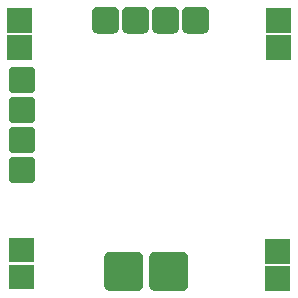
<source format=gbs>
G04 DipTrace Beta 2.3.5.2*
%INLulfroMiniBrush-v2.GBS*%
%MOIN*%
%FSLAX44Y44*%
G04*
G70*
G90*
G75*
G01*
%LNBotMask*%
%LPD*%
G36*
X841Y3678D2*
X289D1*
X272D1*
X255Y3681D1*
X237Y3686D1*
X221Y3692D1*
X205Y3700D1*
X190Y3710D1*
X176Y3721D1*
X164Y3734D1*
X152Y3748D1*
X143Y3762D1*
X135Y3778D1*
X128Y3795D1*
X124Y3812D1*
X121Y3830D1*
X120Y3847D1*
Y4398D1*
X121Y4415D1*
X124Y4433D1*
X128Y4450D1*
X135Y4467D1*
X143Y4483D1*
X152Y4497D1*
X164Y4511D1*
X176Y4524D1*
X190Y4535D1*
X205Y4545D1*
X221Y4553D1*
X237Y4559D1*
X255Y4564D1*
X272Y4567D1*
X289Y4568D1*
X841D1*
X858Y4567D1*
X875Y4564D1*
X893Y4559D1*
X909Y4553D1*
X925Y4545D1*
X940Y4535D1*
X954Y4524D1*
X966Y4511D1*
X978Y4497D1*
X987Y4483D1*
X995Y4467D1*
X1002Y4450D1*
X1006Y4433D1*
X1009Y4415D1*
X1010Y4398D1*
Y3847D1*
X1009Y3830D1*
X1006Y3812D1*
X1002Y3795D1*
X995Y3778D1*
X987Y3762D1*
X978Y3748D1*
X966Y3734D1*
X954Y3721D1*
X940Y3710D1*
X925Y3700D1*
X909Y3692D1*
X893Y3686D1*
X875Y3681D1*
X858Y3678D1*
X841D1*
G37*
G36*
X1010Y5398D2*
Y4847D1*
X1009Y4830D1*
X1006Y4812D1*
X1002Y4795D1*
X995Y4778D1*
X987Y4762D1*
X978Y4748D1*
X966Y4734D1*
X954Y4721D1*
X940Y4710D1*
X925Y4700D1*
X909Y4692D1*
X893Y4686D1*
X875Y4681D1*
X858Y4678D1*
X841D1*
X289D1*
X272D1*
X255Y4681D1*
X237Y4686D1*
X221Y4692D1*
X205Y4700D1*
X190Y4710D1*
X176Y4721D1*
X164Y4734D1*
X152Y4748D1*
X143Y4762D1*
X135Y4778D1*
X128Y4795D1*
X124Y4812D1*
X121Y4830D1*
X120Y4847D1*
Y5398D1*
X121Y5415D1*
X124Y5433D1*
X128Y5450D1*
X135Y5467D1*
X143Y5483D1*
X152Y5497D1*
X164Y5511D1*
X176Y5524D1*
X190Y5535D1*
X205Y5545D1*
X221Y5553D1*
X237Y5559D1*
X255Y5564D1*
X272Y5567D1*
X289Y5568D1*
X841D1*
X858Y5567D1*
X875Y5564D1*
X893Y5559D1*
X909Y5553D1*
X925Y5545D1*
X940Y5535D1*
X954Y5524D1*
X966Y5511D1*
X978Y5497D1*
X987Y5483D1*
X995Y5467D1*
X1002Y5450D1*
X1006Y5433D1*
X1009Y5415D1*
X1010Y5398D1*
G37*
G36*
X289Y5678D2*
X841D1*
X858D1*
X875Y5681D1*
X893Y5686D1*
X909Y5692D1*
X925Y5700D1*
X940Y5710D1*
X954Y5721D1*
X966Y5734D1*
X978Y5748D1*
X987Y5762D1*
X995Y5778D1*
X1002Y5795D1*
X1006Y5812D1*
X1009Y5830D1*
X1010Y5847D1*
Y6398D1*
X1009Y6415D1*
X1006Y6433D1*
X1002Y6450D1*
X995Y6467D1*
X987Y6483D1*
X978Y6497D1*
X966Y6511D1*
X954Y6524D1*
X940Y6535D1*
X925Y6545D1*
X909Y6553D1*
X893Y6559D1*
X875Y6564D1*
X858Y6567D1*
X841Y6568D1*
X289D1*
X272Y6567D1*
X255Y6564D1*
X237Y6559D1*
X221Y6553D1*
X205Y6545D1*
X190Y6535D1*
X176Y6524D1*
X164Y6511D1*
X152Y6497D1*
X143Y6483D1*
X135Y6467D1*
X128Y6450D1*
X124Y6433D1*
X121Y6415D1*
X120Y6398D1*
Y5847D1*
X121Y5830D1*
X124Y5812D1*
X128Y5795D1*
X135Y5778D1*
X143Y5762D1*
X152Y5748D1*
X164Y5734D1*
X176Y5721D1*
X190Y5710D1*
X205Y5700D1*
X221Y5692D1*
X237Y5686D1*
X255Y5681D1*
X272Y5678D1*
X289D1*
G37*
G36*
X1010Y6847D2*
Y7398D1*
X1009Y7415D1*
X1006Y7433D1*
X1002Y7450D1*
X995Y7467D1*
X987Y7483D1*
X978Y7497D1*
X966Y7511D1*
X954Y7524D1*
X940Y7535D1*
X925Y7545D1*
X909Y7553D1*
X893Y7559D1*
X875Y7564D1*
X858Y7567D1*
X841Y7568D1*
X289D1*
X272Y7567D1*
X255Y7564D1*
X237Y7559D1*
X221Y7553D1*
X205Y7545D1*
X190Y7535D1*
X176Y7524D1*
X164Y7511D1*
X152Y7497D1*
X143Y7483D1*
X135Y7467D1*
X128Y7450D1*
X124Y7433D1*
X121Y7415D1*
X120Y7398D1*
Y6847D1*
X121Y6830D1*
X124Y6812D1*
X128Y6795D1*
X135Y6778D1*
X143Y6762D1*
X152Y6748D1*
X164Y6734D1*
X176Y6721D1*
X190Y6710D1*
X205Y6700D1*
X221Y6692D1*
X237Y6686D1*
X255Y6681D1*
X272Y6678D1*
X289D1*
X841D1*
X858D1*
X875Y6681D1*
X893Y6686D1*
X909Y6692D1*
X925Y6700D1*
X940Y6710D1*
X954Y6721D1*
X966Y6734D1*
X978Y6748D1*
X987Y6762D1*
X995Y6778D1*
X1002Y6795D1*
X1006Y6812D1*
X1009Y6830D1*
X1010Y6847D1*
G37*
G36*
X2905Y8844D2*
Y9396D1*
X2906Y9413D1*
X2909Y9430D1*
X2913Y9448D1*
X2920Y9464D1*
X2928Y9480D1*
X2937Y9495D1*
X2949Y9509D1*
X2961Y9521D1*
X2975Y9533D1*
X2990Y9542D1*
X3006Y9550D1*
X3022Y9557D1*
X3040Y9561D1*
X3057Y9564D1*
X3074Y9565D1*
X3626D1*
X3643Y9564D1*
X3660Y9561D1*
X3678Y9557D1*
X3694Y9550D1*
X3710Y9542D1*
X3725Y9533D1*
X3739Y9521D1*
X3751Y9509D1*
X3763Y9495D1*
X3772Y9480D1*
X3780Y9464D1*
X3787Y9448D1*
X3791Y9430D1*
X3794Y9413D1*
X3795Y9396D1*
Y8844D1*
X3794Y8827D1*
X3791Y8810D1*
X3787Y8792D1*
X3780Y8776D1*
X3772Y8760D1*
X3763Y8745D1*
X3751Y8731D1*
X3739Y8719D1*
X3725Y8707D1*
X3710Y8698D1*
X3694Y8690D1*
X3678Y8683D1*
X3660Y8679D1*
X3643Y8676D1*
X3626Y8675D1*
X3074D1*
X3057Y8676D1*
X3040Y8679D1*
X3022Y8683D1*
X3006Y8690D1*
X2990Y8698D1*
X2975Y8707D1*
X2961Y8719D1*
X2949Y8731D1*
X2937Y8745D1*
X2928Y8760D1*
X2920Y8776D1*
X2913Y8792D1*
X2909Y8810D1*
X2906Y8827D1*
X2905Y8844D1*
G37*
G36*
X4626Y8675D2*
X4074D1*
X4057Y8676D1*
X4040Y8679D1*
X4022Y8683D1*
X4006Y8690D1*
X3990Y8698D1*
X3975Y8707D1*
X3961Y8719D1*
X3949Y8731D1*
X3937Y8745D1*
X3928Y8760D1*
X3920Y8776D1*
X3913Y8792D1*
X3909Y8810D1*
X3906Y8827D1*
X3905Y8844D1*
Y9396D1*
X3906Y9413D1*
X3909Y9430D1*
X3913Y9448D1*
X3920Y9464D1*
X3928Y9480D1*
X3937Y9495D1*
X3949Y9509D1*
X3961Y9521D1*
X3975Y9533D1*
X3990Y9542D1*
X4006Y9550D1*
X4022Y9557D1*
X4040Y9561D1*
X4057Y9564D1*
X4074Y9565D1*
X4626D1*
X4643Y9564D1*
X4660Y9561D1*
X4678Y9557D1*
X4694Y9550D1*
X4710Y9542D1*
X4725Y9533D1*
X4739Y9521D1*
X4751Y9509D1*
X4763Y9495D1*
X4772Y9480D1*
X4780Y9464D1*
X4787Y9448D1*
X4791Y9430D1*
X4794Y9413D1*
X4795Y9396D1*
Y8844D1*
X4794Y8827D1*
X4791Y8810D1*
X4787Y8792D1*
X4780Y8776D1*
X4772Y8760D1*
X4763Y8745D1*
X4751Y8731D1*
X4739Y8719D1*
X4725Y8707D1*
X4710Y8698D1*
X4694Y8690D1*
X4678Y8683D1*
X4660Y8679D1*
X4643Y8676D1*
X4626Y8675D1*
G37*
G36*
X4905Y9396D2*
Y8844D1*
X4906Y8827D1*
X4909Y8810D1*
X4913Y8792D1*
X4920Y8776D1*
X4928Y8760D1*
X4937Y8745D1*
X4949Y8731D1*
X4961Y8719D1*
X4975Y8707D1*
X4990Y8698D1*
X5006Y8690D1*
X5022Y8683D1*
X5040Y8679D1*
X5057Y8676D1*
X5074Y8675D1*
X5626D1*
X5643Y8676D1*
X5660Y8679D1*
X5678Y8683D1*
X5694Y8690D1*
X5710Y8698D1*
X5725Y8707D1*
X5739Y8719D1*
X5751Y8731D1*
X5763Y8745D1*
X5772Y8760D1*
X5780Y8776D1*
X5787Y8792D1*
X5791Y8810D1*
X5794Y8827D1*
X5795Y8844D1*
Y9396D1*
X5794Y9413D1*
X5791Y9430D1*
X5787Y9448D1*
X5780Y9464D1*
X5772Y9480D1*
X5763Y9495D1*
X5751Y9509D1*
X5739Y9521D1*
X5725Y9533D1*
X5710Y9542D1*
X5694Y9550D1*
X5678Y9557D1*
X5660Y9561D1*
X5643Y9564D1*
X5626Y9565D1*
X5074D1*
X5057Y9564D1*
X5040Y9561D1*
X5022Y9557D1*
X5006Y9550D1*
X4990Y9542D1*
X4975Y9533D1*
X4961Y9521D1*
X4949Y9509D1*
X4937Y9495D1*
X4928Y9480D1*
X4920Y9464D1*
X4913Y9448D1*
X4909Y9430D1*
X4906Y9413D1*
X4905Y9396D1*
G37*
G36*
X6074Y8675D2*
X6626D1*
X6643Y8676D1*
X6660Y8679D1*
X6678Y8683D1*
X6694Y8690D1*
X6710Y8698D1*
X6725Y8707D1*
X6739Y8719D1*
X6751Y8731D1*
X6763Y8745D1*
X6772Y8760D1*
X6780Y8776D1*
X6787Y8792D1*
X6791Y8810D1*
X6794Y8827D1*
X6795Y8844D1*
Y9396D1*
X6794Y9413D1*
X6791Y9430D1*
X6787Y9448D1*
X6780Y9464D1*
X6772Y9480D1*
X6763Y9495D1*
X6751Y9509D1*
X6739Y9521D1*
X6725Y9533D1*
X6710Y9542D1*
X6694Y9550D1*
X6678Y9557D1*
X6660Y9561D1*
X6643Y9564D1*
X6626Y9565D1*
X6074D1*
X6057Y9564D1*
X6040Y9561D1*
X6022Y9557D1*
X6006Y9550D1*
X5990Y9542D1*
X5975Y9533D1*
X5961Y9521D1*
X5949Y9509D1*
X5937Y9495D1*
X5928Y9480D1*
X5920Y9464D1*
X5913Y9448D1*
X5909Y9430D1*
X5906Y9413D1*
X5905Y9396D1*
Y8844D1*
X5906Y8827D1*
X5909Y8810D1*
X5913Y8792D1*
X5920Y8776D1*
X5928Y8760D1*
X5937Y8745D1*
X5949Y8731D1*
X5961Y8719D1*
X5975Y8707D1*
X5990Y8698D1*
X6006Y8690D1*
X6022Y8683D1*
X6040Y8679D1*
X6057Y8676D1*
X6074Y8675D1*
G37*
G36*
X4815Y274D2*
Y1226D1*
X4816Y1243D1*
X4819Y1260D1*
X4823Y1278D1*
X4830Y1294D1*
X4838Y1310D1*
X4847Y1325D1*
X4859Y1339D1*
X4871Y1351D1*
X4885Y1363D1*
X4900Y1372D1*
X4916Y1380D1*
X4932Y1387D1*
X4950Y1391D1*
X4967Y1394D1*
X4984Y1395D1*
X5936D1*
X5953Y1394D1*
X5970Y1391D1*
X5988Y1387D1*
X6004Y1380D1*
X6020Y1372D1*
X6035Y1363D1*
X6049Y1351D1*
X6061Y1339D1*
X6073Y1325D1*
X6082Y1310D1*
X6090Y1294D1*
X6097Y1278D1*
X6101Y1260D1*
X6104Y1243D1*
X6105Y1226D1*
Y274D1*
X6104Y257D1*
X6101Y240D1*
X6097Y222D1*
X6090Y206D1*
X6082Y190D1*
X6073Y175D1*
X6061Y161D1*
X6049Y149D1*
X6035Y137D1*
X6020Y128D1*
X6004Y120D1*
X5988Y113D1*
X5970Y109D1*
X5953Y106D1*
X5936Y105D1*
X4984D1*
X4967Y106D1*
X4950Y109D1*
X4932Y113D1*
X4916Y120D1*
X4900Y128D1*
X4885Y137D1*
X4871Y149D1*
X4859Y161D1*
X4847Y175D1*
X4838Y190D1*
X4830Y206D1*
X4823Y222D1*
X4819Y240D1*
X4816Y257D1*
X4815Y274D1*
G37*
G36*
X4605D2*
Y1226D1*
X4604Y1243D1*
X4601Y1260D1*
X4597Y1278D1*
X4590Y1294D1*
X4582Y1310D1*
X4573Y1325D1*
X4561Y1339D1*
X4549Y1351D1*
X4535Y1363D1*
X4520Y1372D1*
X4504Y1380D1*
X4488Y1387D1*
X4470Y1391D1*
X4453Y1394D1*
X4436Y1395D1*
X3484D1*
X3467Y1394D1*
X3450Y1391D1*
X3432Y1387D1*
X3416Y1380D1*
X3400Y1372D1*
X3385Y1363D1*
X3371Y1351D1*
X3359Y1339D1*
X3347Y1325D1*
X3338Y1310D1*
X3330Y1294D1*
X3323Y1278D1*
X3319Y1260D1*
X3316Y1243D1*
X3315Y1226D1*
Y274D1*
X3316Y257D1*
X3319Y240D1*
X3323Y222D1*
X3330Y206D1*
X3338Y190D1*
X3347Y175D1*
X3359Y161D1*
X3371Y149D1*
X3385Y137D1*
X3400Y128D1*
X3416Y120D1*
X3432Y113D1*
X3450Y109D1*
X3467Y106D1*
X3484Y105D1*
X4436D1*
X4453Y106D1*
X4470Y109D1*
X4488Y113D1*
X4504Y120D1*
X4520Y128D1*
X4535Y137D1*
X4549Y149D1*
X4561Y161D1*
X4573Y175D1*
X4582Y190D1*
X4590Y206D1*
X4597Y222D1*
X4601Y240D1*
X4604Y257D1*
X4605Y274D1*
G37*
G36*
X8706Y8627D2*
X9534D1*
Y7799D1*
X8706D1*
Y8627D1*
G37*
G36*
X9530Y8696D2*
X8702D1*
Y9524D1*
X9530D1*
Y8696D1*
G37*
G36*
X76Y8637D2*
X904D1*
Y7809D1*
X76D1*
Y8637D1*
G37*
G36*
X900Y8706D2*
X72D1*
Y9534D1*
X900D1*
Y8706D1*
G37*
G36*
X9504Y993D2*
X8676D1*
Y1821D1*
X9504D1*
Y993D1*
G37*
G36*
X8680Y924D2*
X9508D1*
Y96D1*
X8680D1*
Y924D1*
G37*
G36*
X954Y1043D2*
X126D1*
Y1871D1*
X954D1*
Y1043D1*
G37*
G36*
X130Y974D2*
X958D1*
Y146D1*
X130D1*
Y974D1*
G37*
M02*

</source>
